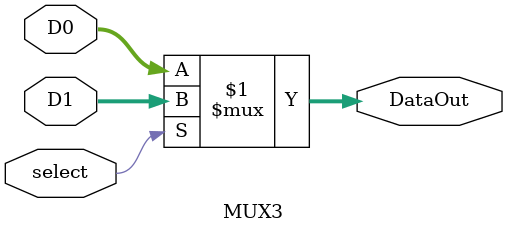
<source format=v>
`timescale 1ns / 1ps


module MUX3(
input [2:0]D0,
input [2:0]D1,
output [2:0]DataOut,
input select
    );
    assign DataOut= select? D1:D0; 
    
endmodule


</source>
